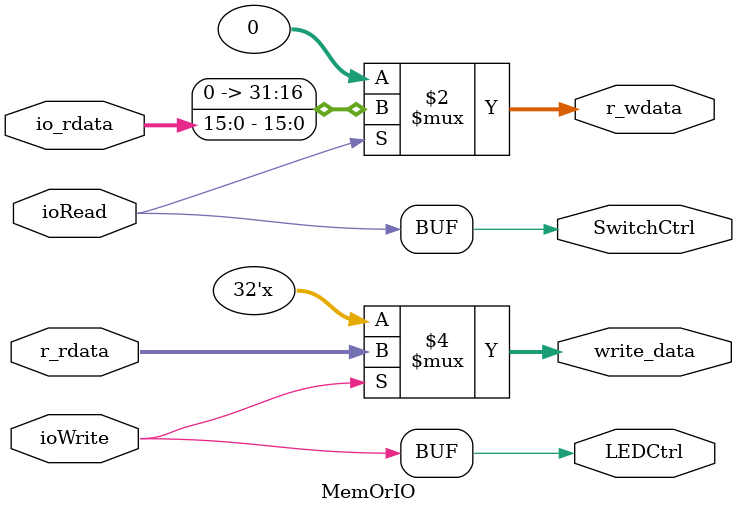
<source format=v>
`timescale 1ns / 1ps


module MemOrIO(ioRead, ioWrite, io_rdata, r_wdata, r_rdata, write_data, LEDCtrl, SwitchCtrl);
    //from decoeder
    input ioRead; // read IO, from control32
    input ioWrite; // write IO, from control32
    //from decoder
    input[31:0] r_rdata; // data read from idecode32(register file)
    output[31:0] r_wdata; // data to idecode32(register file)
    //IO
    input[15:0] io_rdata; // data read from io,16 bits
    output[31:0] write_data; // data to I/O
    output LEDCtrl; // LED Chip Select
    output SwitchCtrl; // Switch Chip Select

    assign r_wdata = (ioRead == 1) ? {{16{1'b0}}, io_rdata} : 32'h0000_0000;
    assign write_data = (ioWrite == 1) ? r_rdata : 32'hZZZZ_ZZZZ;

    // Chip select signal of Led and Switch are all active high;
    assign LEDCtrl = ioWrite;
    assign SwitchCtrl = ioRead;
endmodule
</source>
